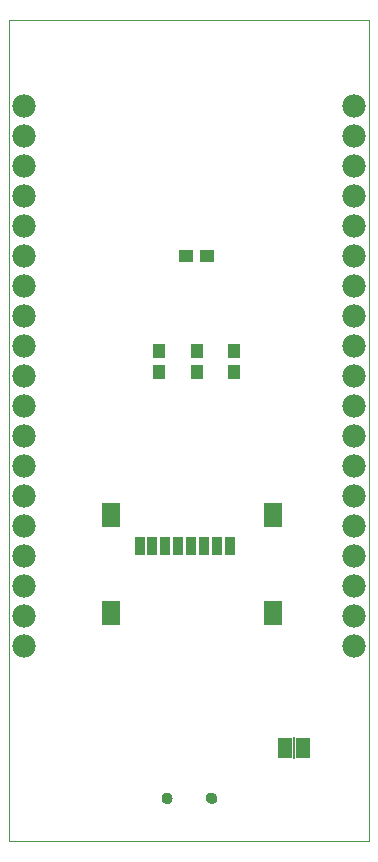
<source format=gbs>
G75*
%MOIN*%
%OFA0B0*%
%FSLAX24Y24*%
%IPPOS*%
%LPD*%
%AMOC8*
5,1,8,0,0,1.08239X$1,22.5*
%
%ADD10C,0.0000*%
%ADD11R,0.0434X0.0473*%
%ADD12R,0.0473X0.0434*%
%ADD13C,0.0780*%
%ADD14R,0.0500X0.0670*%
%ADD15R,0.0060X0.0720*%
%ADD16R,0.0355X0.0631*%
%ADD17R,0.0611X0.0827*%
%ADD18C,0.0375*%
D10*
X002071Y000400D02*
X002071Y027770D01*
X014063Y027770D01*
X014063Y000400D01*
X002071Y000400D01*
X007156Y001846D02*
X007158Y001871D01*
X007164Y001896D01*
X007173Y001920D01*
X007186Y001942D01*
X007203Y001962D01*
X007222Y001979D01*
X007243Y001993D01*
X007267Y002003D01*
X007291Y002010D01*
X007317Y002013D01*
X007342Y002012D01*
X007367Y002007D01*
X007391Y001998D01*
X007414Y001986D01*
X007434Y001971D01*
X007452Y001952D01*
X007467Y001931D01*
X007478Y001908D01*
X007486Y001884D01*
X007490Y001859D01*
X007490Y001833D01*
X007486Y001808D01*
X007478Y001784D01*
X007467Y001761D01*
X007452Y001740D01*
X007434Y001721D01*
X007414Y001706D01*
X007391Y001694D01*
X007367Y001685D01*
X007342Y001680D01*
X007317Y001679D01*
X007291Y001682D01*
X007267Y001689D01*
X007243Y001699D01*
X007222Y001713D01*
X007203Y001730D01*
X007186Y001750D01*
X007173Y001772D01*
X007164Y001796D01*
X007158Y001821D01*
X007156Y001846D01*
X008652Y001846D02*
X008654Y001871D01*
X008660Y001896D01*
X008669Y001920D01*
X008682Y001942D01*
X008699Y001962D01*
X008718Y001979D01*
X008739Y001993D01*
X008763Y002003D01*
X008787Y002010D01*
X008813Y002013D01*
X008838Y002012D01*
X008863Y002007D01*
X008887Y001998D01*
X008910Y001986D01*
X008930Y001971D01*
X008948Y001952D01*
X008963Y001931D01*
X008974Y001908D01*
X008982Y001884D01*
X008986Y001859D01*
X008986Y001833D01*
X008982Y001808D01*
X008974Y001784D01*
X008963Y001761D01*
X008948Y001740D01*
X008930Y001721D01*
X008910Y001706D01*
X008887Y001694D01*
X008863Y001685D01*
X008838Y001680D01*
X008813Y001679D01*
X008787Y001682D01*
X008763Y001689D01*
X008739Y001699D01*
X008718Y001713D01*
X008699Y001730D01*
X008682Y001750D01*
X008669Y001772D01*
X008660Y001796D01*
X008654Y001821D01*
X008652Y001846D01*
D11*
X008321Y016065D03*
X008321Y016735D03*
X009571Y016735D03*
X009571Y016065D03*
X007071Y016065D03*
X007071Y016735D03*
D12*
X007986Y019900D03*
X008655Y019900D03*
D13*
X013571Y019900D03*
X013571Y020900D03*
X013571Y021900D03*
X013571Y022900D03*
X013571Y023900D03*
X013571Y024900D03*
X013571Y018900D03*
X013571Y017900D03*
X013571Y016900D03*
X013571Y015900D03*
X013571Y014900D03*
X013571Y013900D03*
X013571Y012900D03*
X013571Y011900D03*
X013571Y010900D03*
X013571Y009900D03*
X013571Y008900D03*
X013571Y007900D03*
X013571Y006900D03*
X002571Y006900D03*
X002571Y007900D03*
X002571Y008900D03*
X002571Y009900D03*
X002571Y010900D03*
X002571Y011900D03*
X002571Y012900D03*
X002571Y013900D03*
X002571Y014900D03*
X002571Y015900D03*
X002571Y016900D03*
X002571Y017900D03*
X002571Y018900D03*
X002571Y019900D03*
X002571Y020900D03*
X002571Y021900D03*
X002571Y022900D03*
X002571Y023900D03*
X002571Y024900D03*
D14*
X011271Y003500D03*
X011871Y003500D03*
D15*
X011571Y003500D03*
D16*
X009452Y010250D03*
X009019Y010250D03*
X008586Y010250D03*
X008153Y010250D03*
X007720Y010250D03*
X007287Y010250D03*
X006854Y010250D03*
X006421Y010250D03*
D17*
X005456Y011274D03*
X005456Y008006D03*
X010869Y008006D03*
X010869Y011274D03*
D18*
X008819Y001846D03*
X007323Y001846D03*
M02*

</source>
